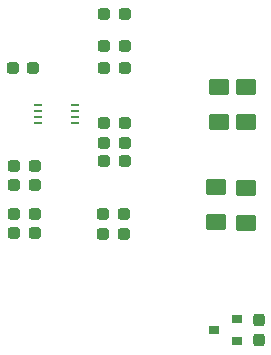
<source format=gtp>
G04 #@! TF.GenerationSoftware,KiCad,Pcbnew,7.0.6*
G04 #@! TF.CreationDate,2023-07-11T17:34:17+08:00*
G04 #@! TF.ProjectId,m5-pantilt,6d352d70-616e-4746-996c-742e6b696361,1*
G04 #@! TF.SameCoordinates,PX5f5e100PY5f5e100*
G04 #@! TF.FileFunction,Paste,Top*
G04 #@! TF.FilePolarity,Positive*
%FSLAX46Y46*%
G04 Gerber Fmt 4.6, Leading zero omitted, Abs format (unit mm)*
G04 Created by KiCad (PCBNEW 7.0.6) date 2023-07-11 17:34:17*
%MOMM*%
%LPD*%
G01*
G04 APERTURE LIST*
G04 Aperture macros list*
%AMRoundRect*
0 Rectangle with rounded corners*
0 $1 Rounding radius*
0 $2 $3 $4 $5 $6 $7 $8 $9 X,Y pos of 4 corners*
0 Add a 4 corners polygon primitive as box body*
4,1,4,$2,$3,$4,$5,$6,$7,$8,$9,$2,$3,0*
0 Add four circle primitives for the rounded corners*
1,1,$1+$1,$2,$3*
1,1,$1+$1,$4,$5*
1,1,$1+$1,$6,$7*
1,1,$1+$1,$8,$9*
0 Add four rect primitives between the rounded corners*
20,1,$1+$1,$2,$3,$4,$5,0*
20,1,$1+$1,$4,$5,$6,$7,0*
20,1,$1+$1,$6,$7,$8,$9,0*
20,1,$1+$1,$8,$9,$2,$3,0*%
G04 Aperture macros list end*
%ADD10R,0.800100X0.254000*%
%ADD11RoundRect,0.237500X0.287500X0.237500X-0.287500X0.237500X-0.287500X-0.237500X0.287500X-0.237500X0*%
%ADD12RoundRect,0.237500X-0.287500X-0.237500X0.287500X-0.237500X0.287500X0.237500X-0.287500X0.237500X0*%
%ADD13RoundRect,0.250001X0.624999X-0.462499X0.624999X0.462499X-0.624999X0.462499X-0.624999X-0.462499X0*%
%ADD14RoundRect,0.250001X-0.624999X0.462499X-0.624999X-0.462499X0.624999X-0.462499X0.624999X0.462499X0*%
%ADD15R,0.900000X0.800000*%
%ADD16RoundRect,0.237500X0.237500X-0.287500X0.237500X0.287500X-0.237500X0.287500X-0.237500X-0.287500X0*%
G04 APERTURE END LIST*
D10*
X16948250Y24021801D03*
X16948250Y23521800D03*
X16948250Y23021800D03*
X16948250Y22521799D03*
X20059750Y22521799D03*
X20059750Y23021800D03*
X20059750Y23521800D03*
X20059750Y24021801D03*
D11*
X24268400Y20878800D03*
X22518400Y20878800D03*
X24268400Y19354800D03*
X22518400Y19354800D03*
D12*
X22531000Y31750000D03*
X24281000Y31750000D03*
D11*
X24281000Y22504400D03*
X22531000Y22504400D03*
D13*
X34544000Y22642500D03*
X34544000Y25617500D03*
D14*
X32258000Y25617500D03*
X32258000Y22642500D03*
X32004000Y17083100D03*
X32004000Y14108100D03*
D15*
X33800000Y4050000D03*
X33800000Y5950000D03*
X31800000Y5000000D03*
D16*
X35636200Y4128800D03*
X35636200Y5878800D03*
D12*
X14775000Y27150000D03*
X16525000Y27150000D03*
D11*
X16625000Y18900000D03*
X14875000Y18900000D03*
X16625000Y14850000D03*
X14875000Y14850000D03*
X16625000Y17300000D03*
X14875000Y17300000D03*
X16625000Y13250000D03*
X14875000Y13250000D03*
D12*
X22425000Y13100000D03*
X24175000Y13100000D03*
X22525000Y27200000D03*
X24275000Y27200000D03*
D11*
X24275000Y29050000D03*
X22525000Y29050000D03*
X24175000Y14800000D03*
X22425000Y14800000D03*
D14*
X34544000Y17018000D03*
X34544000Y14043000D03*
M02*

</source>
